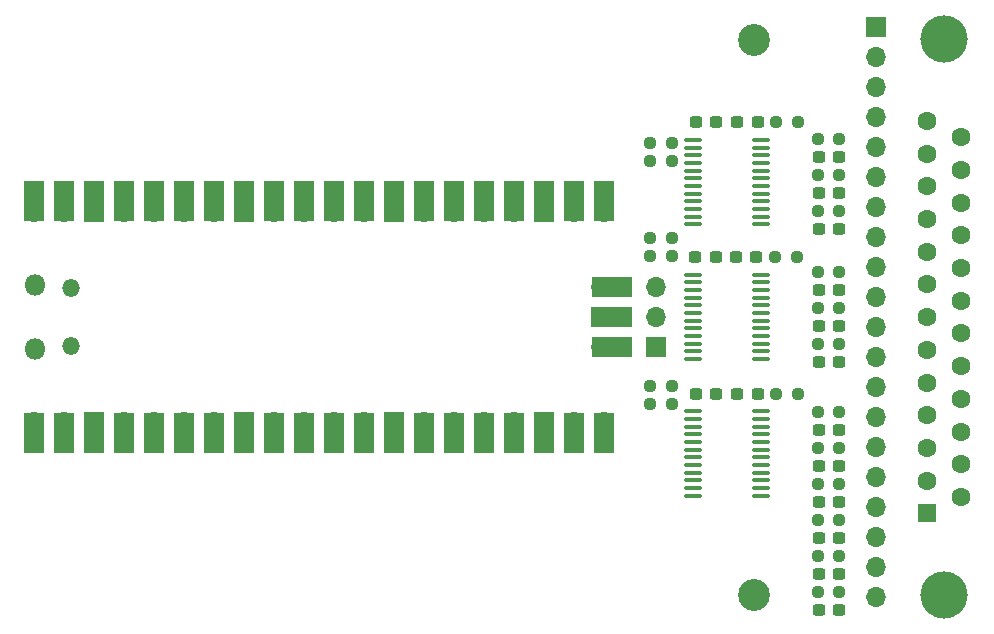
<source format=gbr>
%TF.GenerationSoftware,KiCad,Pcbnew,6.0.10-86aedd382b~118~ubuntu20.04.1*%
%TF.CreationDate,2022-12-30T18:50:17-08:00*%
%TF.ProjectId,parallel2usb,70617261-6c6c-4656-9c32-7573622e6b69,rev?*%
%TF.SameCoordinates,Original*%
%TF.FileFunction,Soldermask,Top*%
%TF.FilePolarity,Negative*%
%FSLAX46Y46*%
G04 Gerber Fmt 4.6, Leading zero omitted, Abs format (unit mm)*
G04 Created by KiCad (PCBNEW 6.0.10-86aedd382b~118~ubuntu20.04.1) date 2022-12-30 18:50:17*
%MOMM*%
%LPD*%
G01*
G04 APERTURE LIST*
G04 Aperture macros list*
%AMRoundRect*
0 Rectangle with rounded corners*
0 $1 Rounding radius*
0 $2 $3 $4 $5 $6 $7 $8 $9 X,Y pos of 4 corners*
0 Add a 4 corners polygon primitive as box body*
4,1,4,$2,$3,$4,$5,$6,$7,$8,$9,$2,$3,0*
0 Add four circle primitives for the rounded corners*
1,1,$1+$1,$2,$3*
1,1,$1+$1,$4,$5*
1,1,$1+$1,$6,$7*
1,1,$1+$1,$8,$9*
0 Add four rect primitives between the rounded corners*
20,1,$1+$1,$2,$3,$4,$5,0*
20,1,$1+$1,$4,$5,$6,$7,0*
20,1,$1+$1,$6,$7,$8,$9,0*
20,1,$1+$1,$8,$9,$2,$3,0*%
G04 Aperture macros list end*
%ADD10RoundRect,0.237500X0.250000X0.237500X-0.250000X0.237500X-0.250000X-0.237500X0.250000X-0.237500X0*%
%ADD11RoundRect,0.237500X0.300000X0.237500X-0.300000X0.237500X-0.300000X-0.237500X0.300000X-0.237500X0*%
%ADD12C,2.700000*%
%ADD13RoundRect,0.237500X-0.250000X-0.237500X0.250000X-0.237500X0.250000X0.237500X-0.250000X0.237500X0*%
%ADD14RoundRect,0.237500X-0.300000X-0.237500X0.300000X-0.237500X0.300000X0.237500X-0.300000X0.237500X0*%
%ADD15RoundRect,0.100000X-0.637500X-0.100000X0.637500X-0.100000X0.637500X0.100000X-0.637500X0.100000X0*%
%ADD16C,4.000000*%
%ADD17R,1.600000X1.600000*%
%ADD18C,1.600000*%
%ADD19O,1.700000X1.700000*%
%ADD20R,1.700000X1.700000*%
%ADD21R,3.500000X1.700000*%
%ADD22R,1.700000X3.500000*%
%ADD23O,1.500000X1.500000*%
%ADD24O,1.800000X1.800000*%
G04 APERTURE END LIST*
D10*
%TO.C,R3*%
X186309000Y-85090000D03*
X188134000Y-85090000D03*
%TD*%
D11*
%TO.C,C3*%
X183007000Y-85090000D03*
X184732000Y-85090000D03*
%TD*%
%TO.C,C16*%
X191643000Y-114173000D03*
X189918000Y-114173000D03*
%TD*%
%TO.C,C17*%
X191643000Y-123317000D03*
X189918000Y-123317000D03*
%TD*%
D12*
%TO.C,H1*%
X184404000Y-78105000D03*
%TD*%
D13*
%TO.C,R9*%
X189818000Y-103886000D03*
X191643000Y-103886000D03*
%TD*%
D11*
%TO.C,C15*%
X191643000Y-88011000D03*
X189918000Y-88011000D03*
%TD*%
D13*
%TO.C,R18*%
X175617500Y-94869000D03*
X177442500Y-94869000D03*
%TD*%
D14*
%TO.C,C5*%
X181176000Y-96520000D03*
X179451000Y-96520000D03*
%TD*%
D11*
%TO.C,C11*%
X191643000Y-111125000D03*
X189918000Y-111125000D03*
%TD*%
D13*
%TO.C,R11*%
X189818000Y-115697000D03*
X191643000Y-115697000D03*
%TD*%
D15*
%TO.C,U1*%
X184980500Y-109582000D03*
X184980500Y-110232000D03*
X184980500Y-110882000D03*
X184980500Y-111532000D03*
X184980500Y-112182000D03*
X184980500Y-112832000D03*
X184980500Y-113482000D03*
X184980500Y-114132000D03*
X184980500Y-114782000D03*
X184980500Y-115432000D03*
X184980500Y-116082000D03*
X184980500Y-116732000D03*
X179255500Y-116732000D03*
X179255500Y-116082000D03*
X179255500Y-115432000D03*
X179255500Y-114782000D03*
X179255500Y-114132000D03*
X179255500Y-113482000D03*
X179255500Y-112832000D03*
X179255500Y-112182000D03*
X179255500Y-111532000D03*
X179255500Y-110882000D03*
X179255500Y-110232000D03*
X179255500Y-109582000D03*
%TD*%
D10*
%TO.C,R19*%
X177442500Y-96393000D03*
X175617500Y-96393000D03*
%TD*%
D13*
%TO.C,R16*%
X175641000Y-86868000D03*
X177466000Y-86868000D03*
%TD*%
D14*
%TO.C,C2*%
X181229000Y-108077000D03*
X179504000Y-108077000D03*
%TD*%
D11*
%TO.C,C4*%
X183007000Y-108077000D03*
X184732000Y-108077000D03*
%TD*%
D15*
%TO.C,U3*%
X184980500Y-98006000D03*
X184980500Y-98656000D03*
X184980500Y-99306000D03*
X184980500Y-99956000D03*
X184980500Y-100606000D03*
X184980500Y-101256000D03*
X184980500Y-101906000D03*
X184980500Y-102556000D03*
X184980500Y-103206000D03*
X184980500Y-103856000D03*
X184980500Y-104506000D03*
X184980500Y-105156000D03*
X179255500Y-105156000D03*
X179255500Y-104506000D03*
X179255500Y-103856000D03*
X179255500Y-103206000D03*
X179255500Y-102556000D03*
X179255500Y-101906000D03*
X179255500Y-101256000D03*
X179255500Y-100606000D03*
X179255500Y-99956000D03*
X179255500Y-99306000D03*
X179255500Y-98656000D03*
X179255500Y-98006000D03*
%TD*%
D11*
%TO.C,C9*%
X191643000Y-102362000D03*
X189918000Y-102362000D03*
%TD*%
D13*
%TO.C,R8*%
X189818000Y-100838000D03*
X191643000Y-100838000D03*
%TD*%
%TO.C,R6*%
X189818000Y-92583000D03*
X191643000Y-92583000D03*
%TD*%
D16*
%TO.C,J1*%
X200508000Y-78055000D03*
X200508000Y-125155000D03*
D17*
X199088000Y-118225000D03*
D18*
X199088000Y-115455000D03*
X199088000Y-112685000D03*
X199088000Y-109915000D03*
X199088000Y-107145000D03*
X199088000Y-104375000D03*
X199088000Y-101605000D03*
X199088000Y-98835000D03*
X199088000Y-96065000D03*
X199088000Y-93295000D03*
X199088000Y-90525000D03*
X199088000Y-87755000D03*
X199088000Y-84985000D03*
X201928000Y-116840000D03*
X201928000Y-114070000D03*
X201928000Y-111300000D03*
X201928000Y-108530000D03*
X201928000Y-105760000D03*
X201928000Y-102990000D03*
X201928000Y-100220000D03*
X201928000Y-97450000D03*
X201928000Y-94680000D03*
X201928000Y-91910000D03*
X201928000Y-89140000D03*
X201928000Y-86370000D03*
%TD*%
D10*
%TO.C,R2*%
X186309000Y-108077000D03*
X188134000Y-108077000D03*
%TD*%
D13*
%TO.C,R15*%
X189818000Y-124841000D03*
X191643000Y-124841000D03*
%TD*%
D11*
%TO.C,C10*%
X191643000Y-105410000D03*
X189918000Y-105410000D03*
%TD*%
%TO.C,C8*%
X191643000Y-99314000D03*
X189918000Y-99314000D03*
%TD*%
D13*
%TO.C,R14*%
X189818000Y-121793000D03*
X191643000Y-121793000D03*
%TD*%
D19*
%TO.C,J3*%
X176149000Y-99045000D03*
X176149000Y-101585000D03*
D20*
X176149000Y-104125000D03*
%TD*%
D13*
%TO.C,R13*%
X189818000Y-112649000D03*
X191643000Y-112649000D03*
%TD*%
%TO.C,R10*%
X189818000Y-109601000D03*
X191643000Y-109601000D03*
%TD*%
D10*
%TO.C,R21*%
X177442500Y-108966000D03*
X175617500Y-108966000D03*
%TD*%
D11*
%TO.C,C6*%
X191643000Y-91059000D03*
X189918000Y-91059000D03*
%TD*%
%TO.C,C12*%
X191643000Y-117221000D03*
X189918000Y-117221000D03*
%TD*%
%TO.C,C14*%
X182880000Y-96520000D03*
X184605000Y-96520000D03*
%TD*%
D14*
%TO.C,C1*%
X181229000Y-85090000D03*
X179504000Y-85090000D03*
%TD*%
D10*
%TO.C,R17*%
X177466000Y-88392000D03*
X175641000Y-88392000D03*
%TD*%
D11*
%TO.C,C18*%
X191643000Y-126365000D03*
X189918000Y-126365000D03*
%TD*%
D13*
%TO.C,R7*%
X189818000Y-97790000D03*
X191643000Y-97790000D03*
%TD*%
%TO.C,R12*%
X189818000Y-118745000D03*
X191643000Y-118745000D03*
%TD*%
D11*
%TO.C,C13*%
X189918000Y-120269000D03*
X191643000Y-120269000D03*
%TD*%
D13*
%TO.C,R20*%
X177466000Y-107442000D03*
X175641000Y-107442000D03*
%TD*%
D11*
%TO.C,C7*%
X191643000Y-94107000D03*
X189918000Y-94107000D03*
%TD*%
D21*
%TO.C,U4*%
X172350000Y-99060000D03*
D19*
X171450000Y-99060000D03*
D21*
X172350000Y-101600000D03*
D20*
X171450000Y-101600000D03*
D21*
X172350000Y-104140000D03*
D19*
X171450000Y-104140000D03*
D22*
X123420000Y-91810000D03*
D19*
X123420000Y-92710000D03*
X125960000Y-92710000D03*
D22*
X125960000Y-91810000D03*
X128500000Y-91810000D03*
D20*
X128500000Y-92710000D03*
D19*
X131040000Y-92710000D03*
D22*
X131040000Y-91810000D03*
X133580000Y-91810000D03*
D19*
X133580000Y-92710000D03*
D22*
X136120000Y-91810000D03*
D19*
X136120000Y-92710000D03*
D22*
X138660000Y-91810000D03*
D19*
X138660000Y-92710000D03*
D20*
X141200000Y-92710000D03*
D22*
X141200000Y-91810000D03*
X143740000Y-91810000D03*
D19*
X143740000Y-92710000D03*
X146280000Y-92710000D03*
D22*
X146280000Y-91810000D03*
D19*
X148820000Y-92710000D03*
D22*
X148820000Y-91810000D03*
D19*
X151360000Y-92710000D03*
D22*
X151360000Y-91810000D03*
X153900000Y-91810000D03*
D20*
X153900000Y-92710000D03*
D19*
X156440000Y-92710000D03*
D22*
X156440000Y-91810000D03*
X158980000Y-91810000D03*
D19*
X158980000Y-92710000D03*
D22*
X161520000Y-91810000D03*
D19*
X161520000Y-92710000D03*
X164060000Y-92710000D03*
D22*
X164060000Y-91810000D03*
X166600000Y-91810000D03*
D20*
X166600000Y-92710000D03*
D22*
X169140000Y-91810000D03*
D19*
X169140000Y-92710000D03*
D22*
X171680000Y-91810000D03*
D19*
X171680000Y-92710000D03*
D22*
X171680000Y-111390000D03*
D19*
X171680000Y-110490000D03*
X169140000Y-110490000D03*
D22*
X169140000Y-111390000D03*
X166600000Y-111390000D03*
D20*
X166600000Y-110490000D03*
D19*
X164060000Y-110490000D03*
D22*
X164060000Y-111390000D03*
D19*
X161520000Y-110490000D03*
D22*
X161520000Y-111390000D03*
D19*
X158980000Y-110490000D03*
D22*
X158980000Y-111390000D03*
D19*
X156440000Y-110490000D03*
D22*
X156440000Y-111390000D03*
D20*
X153900000Y-110490000D03*
D22*
X153900000Y-111390000D03*
D19*
X151360000Y-110490000D03*
D22*
X151360000Y-111390000D03*
D19*
X148820000Y-110490000D03*
D22*
X148820000Y-111390000D03*
X146280000Y-111390000D03*
D19*
X146280000Y-110490000D03*
D22*
X143740000Y-111390000D03*
D19*
X143740000Y-110490000D03*
D20*
X141200000Y-110490000D03*
D22*
X141200000Y-111390000D03*
D19*
X138660000Y-110490000D03*
D22*
X138660000Y-111390000D03*
D19*
X136120000Y-110490000D03*
D22*
X136120000Y-111390000D03*
X133580000Y-111390000D03*
D19*
X133580000Y-110490000D03*
X131040000Y-110490000D03*
D22*
X131040000Y-111390000D03*
D20*
X128500000Y-110490000D03*
D22*
X128500000Y-111390000D03*
X125960000Y-111390000D03*
D19*
X125960000Y-110490000D03*
D22*
X123420000Y-111390000D03*
D19*
X123420000Y-110490000D03*
D23*
X126580000Y-99175000D03*
D24*
X123550000Y-104325000D03*
D23*
X126580000Y-104025000D03*
D24*
X123550000Y-98875000D03*
%TD*%
D12*
%TO.C,H2*%
X184404000Y-125095000D03*
%TD*%
D10*
%TO.C,R1*%
X186182000Y-96520000D03*
X188007000Y-96520000D03*
%TD*%
D15*
%TO.C,U2*%
X184980500Y-86595000D03*
X184980500Y-87245000D03*
X184980500Y-87895000D03*
X184980500Y-88545000D03*
X184980500Y-89195000D03*
X184980500Y-89845000D03*
X184980500Y-90495000D03*
X184980500Y-91145000D03*
X184980500Y-91795000D03*
X184980500Y-92445000D03*
X184980500Y-93095000D03*
X184980500Y-93745000D03*
X179255500Y-93745000D03*
X179255500Y-93095000D03*
X179255500Y-92445000D03*
X179255500Y-91795000D03*
X179255500Y-91145000D03*
X179255500Y-90495000D03*
X179255500Y-89845000D03*
X179255500Y-89195000D03*
X179255500Y-88545000D03*
X179255500Y-87895000D03*
X179255500Y-87245000D03*
X179255500Y-86595000D03*
%TD*%
D13*
%TO.C,R4*%
X189818000Y-86487000D03*
X191643000Y-86487000D03*
%TD*%
D20*
%TO.C,J2*%
X194770000Y-77082000D03*
D19*
X194770000Y-79622000D03*
X194770000Y-82162000D03*
X194770000Y-84702000D03*
X194770000Y-87242000D03*
X194770000Y-89782000D03*
X194770000Y-92322000D03*
X194770000Y-94862000D03*
X194770000Y-97402000D03*
X194770000Y-99942000D03*
X194770000Y-102482000D03*
X194770000Y-105022000D03*
X194770000Y-107562000D03*
X194770000Y-110102000D03*
X194770000Y-112642000D03*
X194770000Y-115182000D03*
X194770000Y-117722000D03*
X194770000Y-120262000D03*
X194770000Y-122802000D03*
X194770000Y-125342000D03*
%TD*%
D13*
%TO.C,R5*%
X189818000Y-89535000D03*
X191643000Y-89535000D03*
%TD*%
M02*

</source>
